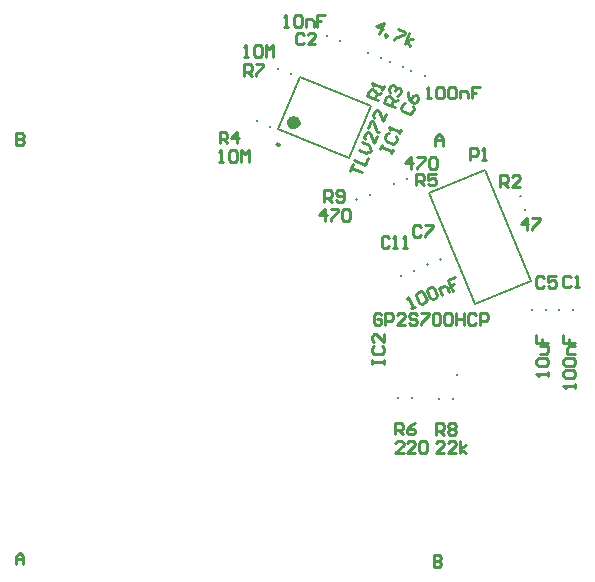
<source format=gto>
%FSTAX23Y23*%
%MOIN*%
%SFA1B1*%

%IPPOS*%
%ADD10C,0.003940*%
%ADD11C,0.023620*%
%ADD12C,0.009840*%
%ADD13C,0.007870*%
%ADD14C,0.010000*%
%LNfront_end-1*%
%LPD*%
G54D10*
X04716Y03097D02*
D01*
D01*
G75*
G03X04712I-00001J0D01*
G74*G01*
D01*
G75*
G03X04716I00001J0D01*
G74*G01*
G54D11*
X04182Y03937D02*
D01*
D01*
G75*
G03X04159I-00011J0D01*
G74*G01*
D01*
G75*
G03X04182I00011J0D01*
G74*G01*
G54D12*
X04123Y03864D02*
D01*
D01*
G75*
G03X04114I-00004J0D01*
G74*G01*
D01*
G75*
G03X04123I00004J0D01*
G74*G01*
G54D13*
X04517Y03018D02*
Y03021D01*
X04564Y03018D02*
Y03021D01*
X04701Y03016D02*
Y0302D01*
X04654Y03016D02*
Y0302D01*
X04282Y04227D02*
X04283Y0423D01*
X04326Y04209D02*
X04327Y04212D01*
X04563Y0411D02*
X04564Y04113D01*
X04607Y04092D02*
X04608Y04095D01*
X04535Y04122D02*
X04536Y04125D01*
X04491Y0414D02*
X04492Y04143D01*
X04419Y0417D02*
X0442Y04173D01*
X04463Y04152D02*
X04464Y04155D01*
X04659Y03484D02*
X04661Y0348D01*
X04616Y03466D02*
X04617Y03462D01*
X04572Y03447D02*
X04573Y03444D01*
X04528Y03429D02*
X04529Y03426D01*
X04623Y03703D02*
X04808Y03779D01*
X04776Y03333D02*
X04961Y0341D01*
X04623Y03703D02*
X04776Y03333D01*
X04808Y03779D02*
X04961Y0341D01*
X05103Y03312D02*
Y03316D01*
X05056Y03312D02*
Y03316D01*
X05013Y03312D02*
Y03316D01*
X04966Y03312D02*
Y03316D01*
X04942Y03647D02*
X04945Y03648D01*
X04924Y03691D02*
X04927Y03692D01*
X04548Y03754D02*
X0455Y0375D01*
X04504Y03735D02*
X04506Y03732D01*
X04424Y037D02*
X04425Y03697D01*
X0438Y03682D02*
X04382Y03679D01*
X04355Y03818D02*
X04428Y03992D01*
X04119Y03916D02*
X04191Y0409D01*
X04428Y03992*
X04119Y03916D02*
X04355Y03818D01*
X04161Y04099D02*
X04162Y04102D01*
X04117Y04117D02*
X04118Y0412D01*
X04047Y03942D02*
X04048Y03945D01*
X04091Y03924D02*
X04092Y03927D01*
G54D14*
X04005Y04092D02*
Y04131D01*
X04024*
X04031Y04125*
Y04112*
X04024Y04105*
X04005*
X04018D02*
X04031Y04092D01*
X04044Y04131D02*
X0407D01*
Y04125*
X04044Y04099*
Y04092*
X04005Y04156D02*
X04018D01*
X04011*
Y04196*
X04005Y04189*
X04037D02*
X04044Y04196D01*
X04057*
X04064Y04189*
Y04163*
X04057Y04156*
X04044*
X04037Y04163*
Y04189*
X04077Y04156D02*
Y04196D01*
X0409Y04183*
X04103Y04196*
Y04156*
X03924Y03868D02*
Y03907D01*
X03943*
X0395Y039*
Y03887*
X03943Y03881*
X03924*
X03937D02*
X0395Y03868D01*
X03983D02*
Y03907D01*
X03963Y03887*
X03989*
X03923Y03807D02*
X03936D01*
X03929*
Y03846*
X03923Y03839*
X03955D02*
X03962Y03846D01*
X03975*
X03982Y03839*
Y03813*
X03975Y03807*
X03962*
X03955Y03813*
Y03839*
X03995Y03807D02*
Y03846D01*
X04008Y03833*
X04021Y03846*
Y03807*
X04507Y03988D02*
X04471Y04003D01*
X04478Y04021*
X04487Y04025*
X04499Y0402*
X04502Y04011*
X04495Y03993*
X045Y04005D02*
X04517Y04012D01*
X04492Y04037D02*
X04488Y04046D01*
X04493Y04058*
X04502Y04061*
X04508Y04059*
X04511Y0405*
X04509Y04044*
X04511Y0405*
X0452Y04054*
X04526Y04051*
X0453Y04043*
X04525Y04031*
X04516Y04027*
X04451Y04011D02*
X04415Y04026D01*
X04423Y04044*
X04431Y04048*
X04443Y04043*
X04447Y04034*
X04439Y04016*
X04444Y04028D02*
X04461Y04035D01*
X04466Y04047D02*
X04471Y04059D01*
X04469Y04053*
X04433Y04068*
X04436Y0406*
X04456Y04234D02*
X04471Y0427D01*
X04445Y0426*
X04469Y0425*
X04474Y04226D02*
X04476Y04233D01*
X04482Y0423*
X0448Y04224*
X04474Y04226*
X04519Y0425D02*
X04543Y0424D01*
X04541Y04234*
X04507Y0422*
X04504Y04214*
X04541Y04199D02*
X04556Y04235D01*
X04546Y04211D02*
X04569Y04216D01*
X04546Y04211D02*
X04559Y04191D01*
X04459Y0385D02*
X04464Y03862D01*
X04462Y03856*
X04498Y03841*
X04496Y03835*
X04501Y03847*
X04488Y03902D02*
X04479Y03898D01*
X04474Y03886*
X04478Y03877*
X04502Y03867*
X04511Y03871*
X04516Y03883*
X04512Y03892*
X04523Y03901D02*
X04528Y03913D01*
X04526Y03907*
X04489Y03922*
X04493Y03914*
X04358Y03775D02*
X04368Y03799D01*
X04363Y03787*
X044Y03772*
X04373Y03811D02*
X0441Y03796D01*
X0442Y0382*
X04388Y03847D02*
X04413Y03837D01*
X0443Y03844*
X04423Y03861*
X04398Y03872*
X0445Y03893D02*
X0444Y03869D01*
X04425Y03903*
X04419Y03905*
X04411Y03902*
X04406Y0389*
X04409Y03881*
X04418Y0392D02*
X04428Y03944D01*
X04434Y03942*
X04449Y03907*
X04455Y03905*
X0448Y03966D02*
X0447Y03941D01*
X04456Y03976*
X0445Y03978*
X04441Y03975*
X04436Y03962*
X0444Y03954*
X04543Y04001D02*
X04535Y03998D01*
X0453Y03986*
X04533Y03977*
X04557Y03967*
X04566Y03971*
X04571Y03983*
X04568Y03991*
X04552Y0404D02*
X04553Y04026D01*
X0456Y04008*
X04573Y04003*
X04581Y04007*
X04586Y04019*
X04583Y04028*
X04577Y0403*
X04568Y04027*
X0456Y04008*
X04614Y04018D02*
X04627D01*
X0462*
Y04057*
X04614Y0405*
X04646D02*
X04653Y04057D01*
X04666*
X04673Y0405*
Y04024*
X04666Y04018*
X04653*
X04646Y04024*
Y0405*
X04686D02*
X04692Y04057D01*
X04705*
X04712Y0405*
Y04024*
X04705Y04018*
X04692*
X04686Y04024*
Y0405*
X04725Y04018D02*
Y04044D01*
X04745*
X04751Y04037*
Y04018*
X04791Y04057D02*
X04764D01*
Y04037*
X04777*
X04764*
Y04018*
X04204Y0423D02*
X04197Y04237D01*
X04184*
X04178Y0423*
Y04204*
X04184Y04198*
X04197*
X04204Y04204*
X04243Y04198D02*
X04217D01*
X04243Y04224*
Y0423*
X04237Y04237*
X04223*
X04217Y0423*
X04139Y04257D02*
X04152D01*
X04145*
Y04296*
X04139Y0429*
X04171D02*
X04178Y04296D01*
X04191*
X04198Y0429*
Y04263*
X04191Y04257*
X04178*
X04171Y04263*
Y0429*
X04211Y04257D02*
Y04283D01*
X0423*
X04237Y04277*
Y04257*
X04276Y04296D02*
X0425D01*
Y04277*
X04263*
X0425*
Y04257*
X04273Y03674D02*
Y03713D01*
X04293*
X043Y03706*
Y03693*
X04293Y03687*
X04273*
X04286D02*
X043Y03674D01*
X04313Y0368D02*
X04319Y03674D01*
X04332*
X04339Y0368*
Y03706*
X04332Y03713*
X04319*
X04313Y03706*
Y037*
X04319Y03693*
X04339*
X04274Y03609D02*
Y03648D01*
X04254Y03628*
X04281*
X04294Y03648D02*
X0432D01*
Y03641*
X04294Y03615*
Y03609*
X04333Y03641D02*
X0434Y03648D01*
X04353*
X04359Y03641*
Y03615*
X04353Y03609*
X0434*
X04333Y03615*
Y03641*
X04645Y02896D02*
Y02935D01*
X04665*
X04671Y02928*
Y02915*
X04665Y02909*
X04645*
X04658D02*
X04671Y02896D01*
X04684Y02928D02*
X04691Y02935D01*
X04704*
X04711Y02928*
Y02922*
X04704Y02915*
X04711Y02909*
Y02902*
X04704Y02896*
X04691*
X04684Y02902*
Y02909*
X04691Y02915*
X04684Y02922*
Y02928*
X04691Y02915D02*
X04704D01*
X04673Y02837D02*
X04646D01*
X04673Y02863*
Y02869*
X04666Y02876*
X04653*
X04646Y02869*
X04712Y02837D02*
X04686D01*
X04712Y02863*
Y02869*
X04705Y02876*
X04692*
X04686Y02869*
X04725Y02837D02*
Y02876D01*
Y0285D02*
X04745Y02863D01*
X04725Y0285D02*
X04745Y02837D01*
X04509Y02898D02*
Y02937D01*
X04529*
X04535Y0293*
Y02917*
X04529Y02911*
X04509*
X04522D02*
X04535Y02898D01*
X04575Y02937D02*
X04561Y0293D01*
X04548Y02917*
Y02904*
X04555Y02898*
X04568*
X04575Y02904*
Y02911*
X04568Y02917*
X04548*
X04537Y02837D02*
X0451D01*
X04537Y02863*
Y02869*
X0453Y02876*
X04517*
X0451Y02869*
X04576Y02837D02*
X0455D01*
X04576Y02863*
Y02869*
X04569Y02876*
X04556*
X0455Y02869*
X04589D02*
X04596Y02876D01*
X04609*
X04615Y02869*
Y02843*
X04609Y02837*
X04596*
X04589Y02843*
Y02869*
X04579Y03728D02*
Y03767D01*
X04598*
X04605Y0376*
Y03747*
X04598Y03741*
X04579*
X04592D02*
X04605Y03728D01*
X04644Y03767D02*
X04618D01*
Y03747*
X04631Y03754*
X04638*
X04644Y03747*
Y03734*
X04638Y03728*
X04625*
X04618Y03734*
X04563Y03782D02*
Y03821D01*
X04543Y03801*
X04569*
X04582Y03821D02*
X04609D01*
Y03814*
X04582Y03788*
Y03782*
X04622Y03814D02*
X04628Y03821D01*
X04641*
X04648Y03814*
Y03788*
X04641Y03782*
X04628*
X04622Y03788*
Y03814*
X04859Y03723D02*
Y03762D01*
X04878*
X04885Y03755*
Y03742*
X04878Y03736*
X04859*
X04872D02*
X04885Y03723D01*
X04924D02*
X04898D01*
X04924Y03749*
Y03755*
X04918Y03762*
X04904*
X04898Y03755*
X04947Y03579D02*
Y03618D01*
X04927Y03598*
X04953*
X04966Y03618D02*
X04993D01*
Y03612*
X04966Y03585*
Y03579*
X04759Y03812D02*
Y03852D01*
X04778*
X04785Y03845*
Y03832*
X04778Y03825*
X04759*
X04798Y03812D02*
X04811D01*
X04804*
Y03852*
X04798Y03845*
X0449Y03551D02*
X04483Y03558D01*
X0447*
X04464Y03551*
Y03525*
X0447Y03519*
X04483*
X0449Y03525*
X04503Y03519D02*
X04516D01*
X04509*
Y03558*
X04503Y03551*
X04536Y03519D02*
X04549D01*
X04542*
Y03558*
X04536Y03551*
X04562Y03319D02*
X04574Y03324D01*
X04568Y03321*
X04553Y03357*
X04549Y03349*
X04579Y03361D02*
X04583Y0337D01*
X04595Y03375*
X04603Y03371*
X04614Y03347*
X0461Y03339*
X04598Y03334*
X04589Y03337*
X04579Y03361*
X04616Y03376D02*
X04619Y03385D01*
X04631Y0339*
X0464Y03386*
X0465Y03362*
X04646Y03354*
X04634Y03349*
X04626Y03352*
X04616Y03376*
X04665Y03361D02*
X04654Y03385D01*
X04673Y03393*
X04681Y03389*
X04689Y03371*
X0471Y03423D02*
X04686Y03413D01*
X04693Y03394*
X04705Y03399*
X04693Y03394*
X04701Y03376*
X04595Y03589D02*
X04588Y03596D01*
X04575*
X04569Y03589*
Y03563*
X04575Y03557*
X04588*
X04595Y03563*
X04608Y03596D02*
X04634D01*
Y03589*
X04608Y03563*
Y03557*
X05005Y03418D02*
X04998Y03425D01*
X04985*
X04979Y03418*
Y03392*
X04985Y03386*
X04998*
X05005Y03392*
X05044Y03425D02*
X05018D01*
Y03405*
X05031Y03412*
X05038*
X05044Y03405*
Y03392*
X05038Y03386*
X05024*
X05018Y03392*
X0502Y03093D02*
Y03106D01*
Y03099*
X0498*
X04987Y03093*
Y03125D02*
X0498Y03132D01*
Y03145*
X04987Y03152*
X05013*
X0502Y03145*
Y03132*
X05013Y03125*
X04987*
X04993Y03165D02*
X05013D01*
X0502Y03171*
Y03191*
X04993*
X0498Y0323D02*
Y03204D01*
X05*
Y03217*
Y03204*
X0502*
X05096Y03421D02*
X05089Y03427D01*
X05076*
X0507Y03421*
Y03394*
X05076Y03388*
X05089*
X05096Y03394*
X05109Y03388D02*
X05122D01*
X05115*
Y03427*
X05109Y03421*
X0511Y03053D02*
Y03066D01*
Y0306*
X0507*
X05077Y03053*
Y03086D02*
X0507Y03093D01*
Y03106*
X05077Y03112*
X05103*
X0511Y03106*
Y03093*
X05103Y03086*
X05077*
Y03125D02*
X0507Y03132D01*
Y03145*
X05077Y03152*
X05103*
X0511Y03145*
Y03132*
X05103Y03125*
X05077*
X0511Y03165D02*
X05083D01*
Y03184*
X0509Y03191*
X0511*
X0507Y0323D02*
Y03204D01*
X0509*
Y03217*
Y03204*
X0511*
X04637Y02496D02*
Y02457D01*
X04656*
X04663Y02463*
Y0247*
X04656Y02476*
X04637*
X04656*
X04663Y02483*
Y02489*
X04656Y02496*
X04637*
X04432Y03133D02*
Y03146D01*
Y03139*
X04472*
Y03133*
Y03146*
X04439Y03192D02*
X04432Y03185D01*
Y03172*
X04439Y03165*
X04465*
X04472Y03172*
Y03185*
X04465Y03192*
X04472Y03231D02*
Y03205D01*
X04445Y03231*
X04439*
X04432Y03224*
Y03211*
X04439Y03205*
X04463Y03296D02*
X04457Y03302D01*
X04444*
X04437Y03296*
Y0327*
X04444Y03263*
X04457*
X04463Y0327*
Y03283*
X0445*
X04476Y03263D02*
Y03302D01*
X04496*
X04503Y03296*
Y03283*
X04496Y03276*
X04476*
X04542Y03263D02*
X04516D01*
X04542Y03289*
Y03296*
X04535Y03302*
X04522*
X04516Y03296*
X04581D02*
X04575Y03302D01*
X04562*
X04555Y03296*
Y03289*
X04562Y03283*
X04575*
X04581Y03276*
Y0327*
X04575Y03263*
X04562*
X04555Y0327*
X04594Y03302D02*
X04621D01*
Y03296*
X04594Y0327*
Y03263*
X04634Y03296D02*
X0464Y03302D01*
X04653*
X0466Y03296*
Y0327*
X04653Y03263*
X0464*
X04634Y0327*
Y03296*
X04673D02*
X0468Y03302D01*
X04693*
X04699Y03296*
Y0327*
X04693Y03263*
X0468*
X04673Y0327*
Y03296*
X04712Y03302D02*
Y03263D01*
Y03283*
X04739*
Y03302*
Y03263*
X04778Y03296D02*
X04772Y03302D01*
X04758*
X04752Y03296*
Y0327*
X04758Y03263*
X04772*
X04778Y0327*
X04791Y03263D02*
Y03302D01*
X04811*
X04817Y03296*
Y03283*
X04811Y03276*
X04791*
X03244Y02465D02*
Y02491D01*
X03257Y02504*
X0327Y02491*
Y02465*
Y02484*
X03244*
X04641Y03859D02*
Y03885D01*
X04654Y03898*
X04667Y03885*
Y03859*
Y03878*
X04641*
X03246Y03901D02*
Y03862D01*
X03265*
X03272Y03868*
Y03875*
X03265Y03881*
X03246*
X03265*
X03272Y03888*
Y03894*
X03265Y03901*
X03246*
M02*
</source>
